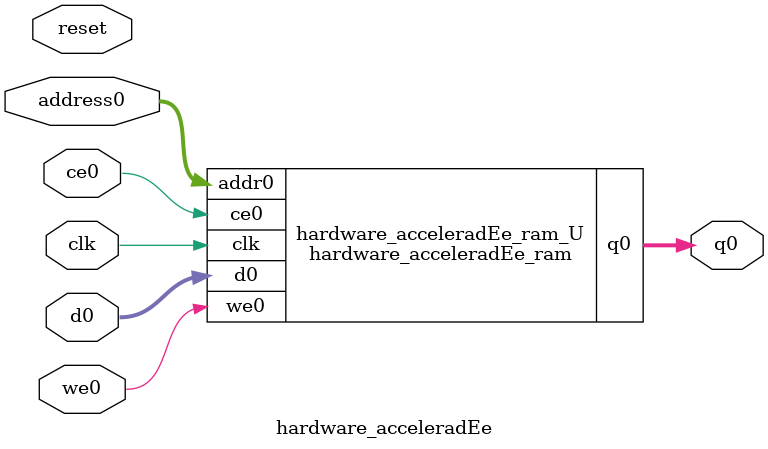
<source format=v>

`timescale 1 ns / 1 ps
module hardware_acceleradEe_ram (addr0, ce0, d0, we0, q0,  clk);

parameter DWIDTH = 32;
parameter AWIDTH = 10;
parameter MEM_SIZE = 800;

input[AWIDTH-1:0] addr0;
input ce0;
input[DWIDTH-1:0] d0;
input we0;
output reg[DWIDTH-1:0] q0;
input clk;

(* ram_style = "block" *)reg [DWIDTH-1:0] ram[0:MEM_SIZE-1];




always @(posedge clk)  
begin 
    if (ce0) 
    begin
        if (we0) 
        begin 
            ram[addr0] <= d0; 
            q0 <= d0;
        end 
        else 
            q0 <= ram[addr0];
    end
end


endmodule


`timescale 1 ns / 1 ps
module hardware_acceleradEe(
    reset,
    clk,
    address0,
    ce0,
    we0,
    d0,
    q0);

parameter DataWidth = 32'd32;
parameter AddressRange = 32'd800;
parameter AddressWidth = 32'd10;
input reset;
input clk;
input[AddressWidth - 1:0] address0;
input ce0;
input we0;
input[DataWidth - 1:0] d0;
output[DataWidth - 1:0] q0;



hardware_acceleradEe_ram hardware_acceleradEe_ram_U(
    .clk( clk ),
    .addr0( address0 ),
    .ce0( ce0 ),
    .we0( we0 ),
    .d0( d0 ),
    .q0( q0 ));

endmodule


</source>
